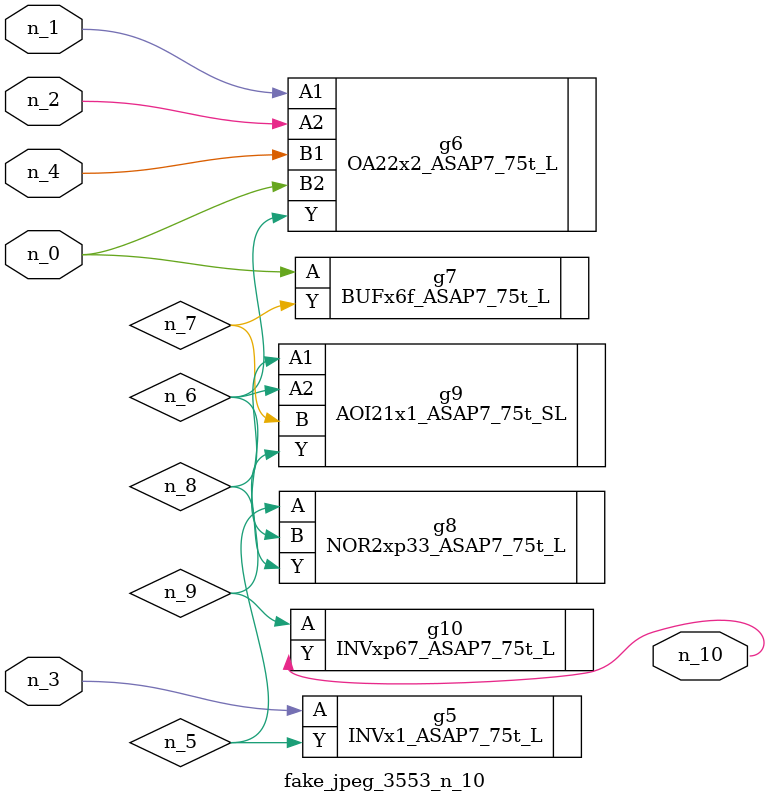
<source format=v>
module fake_jpeg_3553_n_10 (n_3, n_2, n_1, n_0, n_4, n_10);

input n_3;
input n_2;
input n_1;
input n_0;
input n_4;

output n_10;

wire n_8;
wire n_9;
wire n_6;
wire n_5;
wire n_7;

INVx1_ASAP7_75t_L g5 ( 
.A(n_3),
.Y(n_5)
);

OA22x2_ASAP7_75t_L g6 ( 
.A1(n_1),
.A2(n_2),
.B1(n_4),
.B2(n_0),
.Y(n_6)
);

BUFx6f_ASAP7_75t_L g7 ( 
.A(n_0),
.Y(n_7)
);

NOR2xp33_ASAP7_75t_L g8 ( 
.A(n_5),
.B(n_6),
.Y(n_8)
);

AOI21x1_ASAP7_75t_SL g9 ( 
.A1(n_8),
.A2(n_6),
.B(n_7),
.Y(n_9)
);

INVxp67_ASAP7_75t_L g10 ( 
.A(n_9),
.Y(n_10)
);


endmodule
</source>
